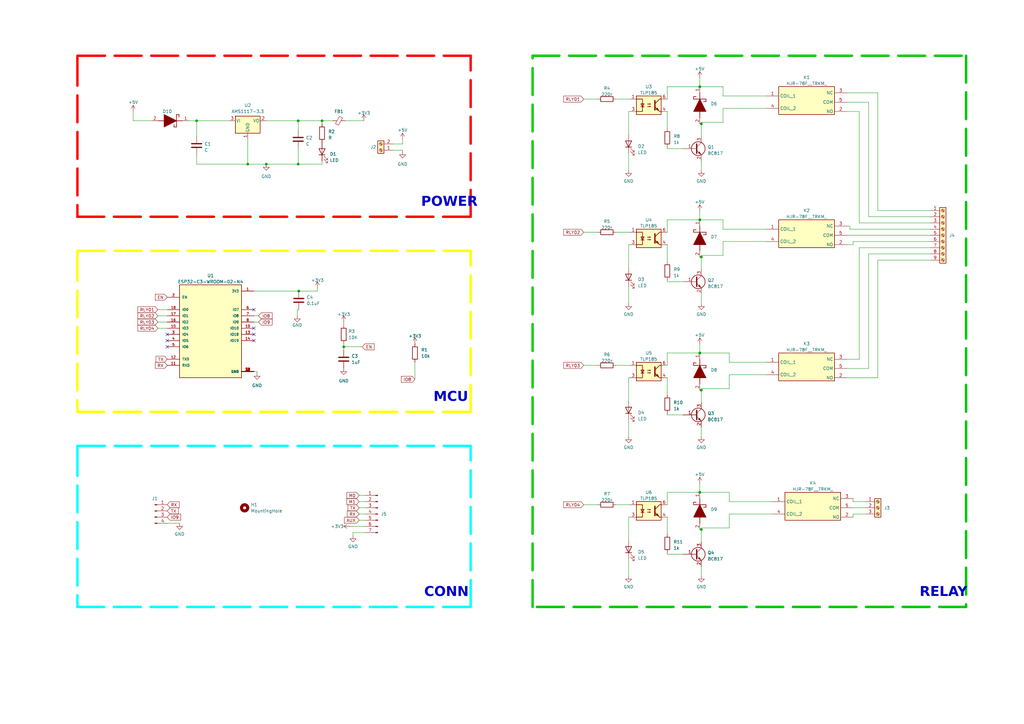
<source format=kicad_sch>
(kicad_sch (version 20230121) (generator eeschema)
  (paper "A3")
  (lib_symbols
    (symbol "1N5819W:1N5819W" (pin_names hide)
      (property "Reference" "D" (at 12.7 8.89 0))
      (property "Value" "1N5819W" (at 12.7 6.35 0))
      (symbol "1N5819W_1_1"
        (pin passive line (at 2.54 0 0) (length 2.54) (name "K") (number "1"))
        (pin passive line (at 17.78 0 180) (length 2.54) (name "A") (number "2"))
      )
    )
    (symbol "Connector:Conn_01x04_Male" (pin_names (offset 1.016) hide)
      (property "Reference" "J" (at 0 5.08 0))
      (property "Value" "Conn_01x04_Male" (at 0 -7.62 0))
      (symbol "Conn_01x04_Male_1_1"
        (pin passive line (at 5.08 2.54 180) (length 3.81) (name "Pin_1") (number "1"))
        (pin passive line (at 5.08 0 180) (length 3.81) (name "Pin_2") (number "2"))
        (pin passive line (at 5.08 -2.54 180) (length 3.81) (name "Pin_3") (number "3"))
        (pin passive line (at 5.08 -5.08 180) (length 3.81) (name "Pin_4") (number "4"))
      )
    )
    (symbol "Connector:Conn_01x07_Pin" (pin_names (offset 1.016) hide)
      (property "Reference" "J" (at 0 10.16 0))
      (property "Value" "Conn_01x07_Pin" (at 0 -10.16 0))
      (symbol "Conn_01x07_Pin_1_1"
        (pin passive line (at 5.08 7.62 180) (length 3.81) (name "Pin_1") (number "1"))
        (pin passive line (at 5.08 5.08 180) (length 3.81) (name "Pin_2") (number "2"))
        (pin passive line (at 5.08 2.54 180) (length 3.81) (name "Pin_3") (number "3"))
        (pin passive line (at 5.08 0 180) (length 3.81) (name "Pin_4") (number "4"))
        (pin passive line (at 5.08 -2.54 180) (length 3.81) (name "Pin_5") (number "5"))
        (pin passive line (at 5.08 -5.08 180) (length 3.81) (name "Pin_6") (number "6"))
        (pin passive line (at 5.08 -7.62 180) (length 3.81) (name "Pin_7") (number "7"))
      )
    )
    (symbol "Connector:Screw_Terminal_01x02" (pin_names (offset 1.016) hide)
      (property "Reference" "J" (at 0 2.54 0))
      (property "Value" "Screw_Terminal_01x02" (at 0 -5.08 0))
      (symbol "Screw_Terminal_01x02_1_1"
        (pin passive line (at -5.08 0 0) (length 3.81) (name "Pin_1") (number "1"))
        (pin passive line (at -5.08 -2.54 0) (length 3.81) (name "Pin_2") (number "2"))
      )
    )
    (symbol "Connector:Screw_Terminal_01x03" (pin_names (offset 1.016) hide)
      (property "Reference" "J" (at 0 5.08 0))
      (property "Value" "Screw_Terminal_01x03" (at 0 -5.08 0))
      (symbol "Screw_Terminal_01x03_1_1"
        (pin passive line (at -5.08 2.54 0) (length 3.81) (name "Pin_1") (number "1"))
        (pin passive line (at -5.08 0 0) (length 3.81) (name "Pin_2") (number "2"))
        (pin passive line (at -5.08 -2.54 0) (length 3.81) (name "Pin_3") (number "3"))
      )
    )
    (symbol "Connector:Screw_Terminal_01x09" (pin_names (offset 1.016) hide)
      (property "Reference" "J" (at 0 12.7 0))
      (property "Value" "Screw_Terminal_01x09" (at 0 -12.7 0))
      (symbol "Screw_Terminal_01x09_1_1"
        (pin passive line (at -5.08 10.16 0) (length 3.81) (name "Pin_1") (number "1"))
        (pin passive line (at -5.08 7.62 0) (length 3.81) (name "Pin_2") (number "2"))
        (pin passive line (at -5.08 5.08 0) (length 3.81) (name "Pin_3") (number "3"))
        (pin passive line (at -5.08 2.54 0) (length 3.81) (name "Pin_4") (number "4"))
        (pin passive line (at -5.08 0 0) (length 3.81) (name "Pin_5") (number "5"))
        (pin passive line (at -5.08 -2.54 0) (length 3.81) (name "Pin_6") (number "6"))
        (pin passive line (at -5.08 -5.08 0) (length 3.81) (name "Pin_7") (number "7"))
        (pin passive line (at -5.08 -7.62 0) (length 3.81) (name "Pin_8") (number "8"))
        (pin passive line (at -5.08 -10.16 0) (length 3.81) (name "Pin_9") (number "9"))
      )
    )
    (symbol "Device:C" (pin_numbers hide) (pin_names (offset 0.254))
      (property "Reference" "C" (at 0.635 2.54 0))
      (property "Value" "C" (at 0.635 -2.54 0))
      (symbol "C_1_1"
        (pin passive line (at 0 3.81 270) (length 2.794) (name "~") (number "1"))
        (pin passive line (at 0 -3.81 90) (length 2.794) (name "~") (number "2"))
      )
    )
    (symbol "Device:FerriteBead_Small" (pin_numbers hide) (pin_names (offset 0))
      (property "Reference" "FB" (at 1.905 1.27 0))
      (property "Value" "FerriteBead_Small" (at 1.905 -1.27 0))
      (symbol "FerriteBead_Small_1_1"
        (pin passive line (at 0 2.54 270) (length 1.27) (name "~") (number "1"))
        (pin passive line (at 0 -2.54 90) (length 1.27) (name "~") (number "2"))
      )
    )
    (symbol "Device:LED" (pin_numbers hide) (pin_names (offset 1.016) hide)
      (property "Reference" "D" (at 0 2.54 0))
      (property "Value" "LED" (at 0 -2.54 0))
      (symbol "LED_1_1"
        (pin passive line (at -3.81 0 0) (length 2.54) (name "K") (number "1"))
        (pin passive line (at 3.81 0 180) (length 2.54) (name "A") (number "2"))
      )
    )
    (symbol "Device:R" (pin_numbers hide) (pin_names (offset 0))
      (property "Reference" "R" (at 2.032 0 90))
      (property "Value" "R" (at 0 0 90))
      (symbol "R_1_1"
        (pin passive line (at 0 3.81 270) (length 1.27) (name "~") (number "1"))
        (pin passive line (at 0 -3.81 90) (length 1.27) (name "~") (number "2"))
      )
    )
    (symbol "ESP32-C3-WROOM-02-N4:ESP32-C3-WROOM-02-N4" (pin_names (offset 1.016))
      (property "Reference" "U" (at -12.7 21.082 0))
      (property "Value" "ESP32-C3-WROOM-02-N4" (at -12.7 -18.542 0))
      (symbol "ESP32-C3-WROOM-02-N4_0_0"
        (pin power_in line (at 17.78 17.78 180) (length 5.08) (name "3V3") (number "1"))
        (pin bidirectional line (at 17.78 2.54 180) (length 5.08) (name "IO10") (number "10"))
        (pin bidirectional line (at -17.78 -12.7 0) (length 5.08) (name "RXD") (number "11"))
        (pin bidirectional line (at -17.78 -10.16 0) (length 5.08) (name "TXD") (number "12"))
        (pin bidirectional line (at 17.78 0 180) (length 5.08) (name "IO18") (number "13"))
        (pin bidirectional line (at 17.78 -2.54 180) (length 5.08) (name "IO19") (number "14"))
        (pin bidirectional line (at -17.78 2.54 0) (length 5.08) (name "IO3") (number "15"))
        (pin bidirectional line (at -17.78 5.08 0) (length 5.08) (name "IO2") (number "16"))
        (pin bidirectional line (at -17.78 7.62 0) (length 5.08) (name "IO1") (number "17"))
        (pin bidirectional line (at -17.78 10.16 0) (length 5.08) (name "IO0") (number "18"))
        (pin power_in line (at 17.78 -15.24 180) (length 5.08) (name "GND") (number "19"))
        (pin input line (at -17.78 15.24 0) (length 5.08) (name "EN") (number "2"))
        (pin power_in line (at 17.78 -15.24 180) (length 5.08) (name "GND") (number "20"))
        (pin power_in line (at 17.78 -15.24 180) (length 5.08) (name "GND") (number "21"))
        (pin power_in line (at 17.78 -15.24 180) (length 5.08) (name "GND") (number "22"))
        (pin power_in line (at 17.78 -15.24 180) (length 5.08) (name "GND") (number "23"))
        (pin power_in line (at 17.78 -15.24 180) (length 5.08) (name "GND") (number "24"))
        (pin power_in line (at 17.78 -15.24 180) (length 5.08) (name "GND") (number "25"))
        (pin power_in line (at 17.78 -15.24 180) (length 5.08) (name "GND") (number "26"))
        (pin power_in line (at 17.78 -15.24 180) (length 5.08) (name "GND") (number "27"))
        (pin power_in line (at 17.78 -15.24 180) (length 5.08) (name "GND") (number "28"))
        (pin power_in line (at 17.78 -15.24 180) (length 5.08) (name "GND") (number "29"))
        (pin bidirectional line (at -17.78 0 0) (length 5.08) (name "IO4") (number "3"))
        (pin power_in line (at 17.78 -15.24 180) (length 5.08) (name "GND") (number "30"))
        (pin power_in line (at 17.78 -15.24 180) (length 5.08) (name "GND") (number "31"))
        (pin power_in line (at 17.78 -15.24 180) (length 5.08) (name "GND") (number "32"))
        (pin power_in line (at 17.78 -15.24 180) (length 5.08) (name "GND") (number "33"))
        (pin power_in line (at 17.78 -15.24 180) (length 5.08) (name "GND") (number "34"))
        (pin power_in line (at 17.78 -15.24 180) (length 5.08) (name "GND") (number "35"))
        (pin power_in line (at 17.78 -15.24 180) (length 5.08) (name "GND") (number "36"))
        (pin power_in line (at 17.78 -15.24 180) (length 5.08) (name "GND") (number "37"))
        (pin power_in line (at 17.78 -15.24 180) (length 5.08) (name "GND") (number "38"))
        (pin power_in line (at 17.78 -15.24 180) (length 5.08) (name "GND") (number "39"))
        (pin bidirectional line (at -17.78 -2.54 0) (length 5.08) (name "IO5") (number "4"))
        (pin bidirectional line (at -17.78 -5.08 0) (length 5.08) (name "IO6") (number "5"))
        (pin bidirectional line (at 17.78 10.16 180) (length 5.08) (name "IO7") (number "6"))
        (pin bidirectional line (at 17.78 7.62 180) (length 5.08) (name "IO8") (number "7"))
        (pin bidirectional line (at 17.78 5.08 180) (length 5.08) (name "IO9") (number "8"))
        (pin power_in line (at 17.78 -15.24 180) (length 5.08) (name "GND") (number "9"))
      )
    )
    (symbol "HJR-78F__TRKM_:HJR-78F__TRKM_"
      (property "Reference" "K4" (at 16.51 7.62 0))
      (property "Value" "HJR-78F__TRKM_" (at 16.51 5.08 0))
      (symbol "HJR-78F__TRKM__1_1"
        (pin passive line (at 0 0 0) (length 5.08) (name "COIL_1") (number "1"))
        (pin passive line (at 33.02 -6.35 180) (length 5.08) (name "NO") (number "2"))
        (pin passive line (at 33.02 1.27 180) (length 5.08) (name "NC") (number "3"))
        (pin passive line (at 0 -5.08 0) (length 5.08) (name "COIL_2") (number "4"))
        (pin passive line (at 33.02 -2.54 180) (length 5.08) (name "COM") (number "5"))
      )
    )
    (symbol "HJR-78F__TRKM__1"
      (property "Reference" "K1" (at 16.51 7.62 0))
      (property "Value" "HJR-78F__TRKM_" (at 16.51 5.08 0))
      (symbol "HJR-78F__TRKM__1_1_1"
        (pin passive line (at 0 0 0) (length 5.08) (name "COIL_1") (number "1"))
        (pin passive line (at 33.02 -6.35 180) (length 5.08) (name "NO") (number "2"))
        (pin passive line (at 33.02 1.27 180) (length 5.08) (name "NC") (number "3"))
        (pin passive line (at 0 -5.08 0) (length 5.08) (name "COIL_2") (number "4"))
        (pin passive line (at 33.02 -2.54 180) (length 5.08) (name "COM") (number "5"))
      )
    )
    (symbol "HJR-78F__TRKM__2"
      (property "Reference" "K2" (at 16.51 7.62 0))
      (property "Value" "HJR-78F__TRKM_" (at 16.51 5.08 0))
      (symbol "HJR-78F__TRKM__2_1_1"
        (pin passive line (at 0 0 0) (length 5.08) (name "COIL_1") (number "1"))
        (pin passive line (at 33.02 -6.35 180) (length 5.08) (name "NO") (number "2"))
        (pin passive line (at 33.02 1.27 180) (length 5.08) (name "NC") (number "3"))
        (pin passive line (at 0 -5.08 0) (length 5.08) (name "COIL_2") (number "4"))
        (pin passive line (at 33.02 -2.54 180) (length 5.08) (name "COM") (number "5"))
      )
    )
    (symbol "HJR-78F__TRKM__3"
      (property "Reference" "K3" (at 16.51 7.62 0))
      (property "Value" "HJR-78F__TRKM_" (at 16.51 5.08 0))
      (symbol "HJR-78F__TRKM__3_1_1"
        (pin passive line (at 0 0 0) (length 5.08) (name "COIL_1") (number "1"))
        (pin passive line (at 33.02 -6.35 180) (length 5.08) (name "NO") (number "2"))
        (pin passive line (at 33.02 1.27 180) (length 5.08) (name "NC") (number "3"))
        (pin passive line (at 0 -5.08 0) (length 5.08) (name "COIL_2") (number "4"))
        (pin passive line (at 33.02 -2.54 180) (length 5.08) (name "COM") (number "5"))
      )
    )
    (symbol "Isolator:TLP185"
      (property "Reference" "U" (at -5.08 5.08 0))
      (property "Value" "TLP185" (at -5.08 -5.08 0))
      (symbol "TLP185_1_1"
        (pin passive line (at -7.62 2.54 0) (length 2.54) (name "~") (number "1"))
        (pin passive line (at -7.62 -2.54 0) (length 2.54) (name "~") (number "3"))
        (pin passive line (at 7.62 -2.54 180) (length 2.54) (name "~") (number "4"))
        (pin passive line (at 7.62 2.54 180) (length 2.54) (name "~") (number "6"))
      )
    )
    (symbol "Mechanical:MountingHole" (pin_names (offset 1.016))
      (property "Reference" "H" (at 0 5.08 0))
      (property "Value" "MountingHole" (at 0 3.175 0))
    )
    (symbol "Regulator_Linear:AMS1117-3.3" (pin_names (offset 0.254))
      (property "Reference" "U" (at -3.81 3.175 0))
      (property "Value" "AMS1117-3.3" (at 0 3.175 0))
      (symbol "AMS1117-3.3_1_1"
        (pin power_in line (at 0 -7.62 90) (length 2.54) (name "GND") (number "1"))
        (pin power_out line (at 7.62 0 180) (length 2.54) (name "VO") (number "2"))
        (pin power_in line (at -7.62 0 0) (length 2.54) (name "VI") (number "3"))
      )
    )
    (symbol "Transistor_BJT:BC817" (pin_names (offset 0) hide)
      (property "Reference" "Q" (at 5.08 1.905 0))
      (property "Value" "BC817" (at 5.08 0 0))
      (symbol "BC817_1_1"
        (pin input line (at -5.08 0 0) (length 5.715) (name "B") (number "1"))
        (pin passive line (at 2.54 -5.08 90) (length 2.54) (name "E") (number "2"))
        (pin passive line (at 2.54 5.08 270) (length 2.54) (name "C") (number "3"))
      )
    )
    (symbol "power:+3V3" (power) (pin_names (offset 0))
      (property "Value" "+3V3" (at 0 3.556 0))
      (symbol "+3V3_1_1"
        (pin power_in line (at 0 0 90) (length 0) hide (name "+3V3") (number "1"))
      )
    )
    (symbol "power:+5V" (power) (pin_names (offset 0))
      (property "Value" "+5V" (at 0 3.556 0))
      (symbol "+5V_1_1"
        (pin power_in line (at 0 0 90) (length 0) hide (name "+5V") (number "1"))
      )
    )
    (symbol "power:GND" (power) (pin_names (offset 0))
      (property "Value" "GND" (at 0 -3.81 0))
      (symbol "GND_1_1"
        (pin power_in line (at 0 0 270) (length 0) hide (name "GND") (number "1"))
      )
    )
  )
  (junction (at 287.655 160.02))
  (junction (at 287.655 105.41))
  (junction (at 287.0206 144.78))
  (junction (at 80.645 49.53))
  (junction (at 140.97 142.24))
  (junction (at 287.655 217.17))
  (junction (at 287.02 90.17))
  (junction (at 287.0206 201.93))
  (junction (at 287.02 35.56))
  (junction (at 287.0206 35.56))
  (junction (at 109.22 67.31))
  (junction (at 122.555 119.38))
  (junction (at 287.0206 90.17))
  (junction (at 287.02 201.93))
  (junction (at 287.02 144.78))
  (junction (at 287.655 50.8))
  (junction (at 132.08 49.53))
  (junction (at 122.3011 67.31))
  (junction (at 101.6 67.31))
  (junction (at 122.3011 49.53))
  (no_connect (at 104.14 134.62))
  (no_connect (at 68.58 142.24))
  (no_connect (at 68.58 137.16))
  (no_connect (at 104.14 127))
  (no_connect (at 68.58 139.7))
  (no_connect (at 104.14 137.16))
  (no_connect (at 104.14 139.7))
  (wire (pts (xy 257.81 212.09) (xy 258.445 212.09)))
  (polyline (pts (xy 31.75 184.15) (xy 31.75 248.92)) (stroke (width 1) (type dash) (color 0 255 255 1)))
  (polyline (pts (xy 396.24 22.86) (xy 396.24 248.92)) (stroke (width 1) (type dash) (color 0 194 0 1)))
  (wire (pts (xy 352.425 147.32) (xy 352.425 101.6)))
  (wire (pts (xy 299.085 216.535) (xy 299.085 210.82)))
  (wire (pts (xy 109.22 67.31) (xy 122.3011 67.31)))
  (wire (pts (xy 161.29 59.055) (xy 165.1 59.055)))
  (wire (pts (xy 273.685 114.935) (xy 273.685 115.57)))
  (wire (pts (xy 356.235 151.13) (xy 356.235 104.14)))
  (wire (pts (xy 141.605 49.53) (xy 149.225 49.53)))
  (wire (pts (xy 257.81 100.33) (xy 258.445 100.33)))
  (wire (pts (xy 299.085 153.67) (xy 314.325 153.67)))
  (wire (pts (xy 287.0206 201.93) (xy 299.085 201.93)))
  (wire (pts (xy 147.32 203.2) (xy 149.86 203.2)))
  (wire (pts (xy 101.6 57.15) (xy 101.6 67.31)))
  (wire (pts (xy 354.965 205.74) (xy 349.885 205.74)))
  (polyline (pts (xy 193.04 248.92) (xy 193.04 182.88)) (stroke (width 1) (type dash) (color 0 255 255 1)))
  (wire (pts (xy 296.545 90.17) (xy 296.545 93.98)))
  (wire (pts (xy 122.555 119.38) (xy 104.14 119.38)))
  (wire (pts (xy 104.14 132.08) (xy 106.045 132.08)))
  (wire (pts (xy 299.085 201.93) (xy 299.085 205.74)))
  (wire (pts (xy 381.635 86.36) (xy 360.045 86.36)))
  (wire (pts (xy 109.22 49.53) (xy 122.3011 49.53)))
  (polyline (pts (xy 218.44 22.86) (xy 396.24 22.86)) (stroke (width 1) (type dash) (color 0 194 0 1)))
  (wire (pts (xy 273.685 35.56) (xy 287.02 35.56)))
  (wire (pts (xy 273.685 144.78) (xy 287.02 144.78)))
  (wire (pts (xy 130.175 118.11) (xy 130.175 119.38)))
  (wire (pts (xy 287.02 50.8) (xy 287.655 50.8)))
  (wire (pts (xy 64.77 132.08) (xy 68.58 132.08)))
  (wire (pts (xy 273.685 169.545) (xy 273.685 170.18)))
  (wire (pts (xy 54.61 45.72) (xy 54.61 49.53)))
  (wire (pts (xy 122.3011 53.3354) (xy 122.3011 49.53)))
  (wire (pts (xy 273.685 227.33) (xy 280.035 227.33)))
  (polyline (pts (xy 31.75 88.9) (xy 193.04 88.9)) (stroke (width 1) (type dash) (color 255 0 0 1)))
  (wire (pts (xy 148.59 142.24) (xy 140.97 142.24)))
  (polyline (pts (xy 31.75 182.88) (xy 31.75 184.15)) (stroke (width 1) (type dash) (color 0 255 255 1)))
  (wire (pts (xy 287.655 50.165) (xy 296.545 50.165)))
  (wire (pts (xy 147.32 213.36) (xy 149.86 213.36)))
  (wire (pts (xy 273.685 201.93) (xy 273.685 207.01)))
  (wire (pts (xy 273.685 90.17) (xy 273.685 95.25)))
  (wire (pts (xy 239.395 149.86) (xy 245.11 149.86)))
  (wire (pts (xy 347.345 147.32) (xy 352.425 147.32)))
  (wire (pts (xy 273.685 115.57) (xy 280.035 115.57)))
  (wire (pts (xy 296.545 99.06) (xy 314.325 99.06)))
  (wire (pts (xy 77.47 49.53) (xy 80.645 49.53)))
  (wire (pts (xy 64.77 127) (xy 68.58 127)))
  (wire (pts (xy 287.655 216.535) (xy 299.085 216.535)))
  (wire (pts (xy 121.92 127) (xy 122.555 127)))
  (wire (pts (xy 257.81 124.46) (xy 257.81 117.475)))
  (wire (pts (xy 299.085 148.59) (xy 314.325 148.59)))
  (wire (pts (xy 273.685 35.56) (xy 273.685 40.64)))
  (wire (pts (xy 273.685 154.94) (xy 273.685 161.925)))
  (polyline (pts (xy 31.75 104.14) (xy 31.75 168.91)) (stroke (width 1) (type dash) (color 255 255 0 1)))
  (wire (pts (xy 296.545 39.37) (xy 314.325 39.37)))
  (wire (pts (xy 143.51 215.9) (xy 149.86 215.9)))
  (wire (pts (xy 360.045 86.36) (xy 360.045 38.1)))
  (wire (pts (xy 287.0206 90.17) (xy 296.545 90.17)))
  (wire (pts (xy 165.1 61.595) (xy 165.1 62.23)))
  (wire (pts (xy 105.41 153.035) (xy 105.41 152.4)))
  (wire (pts (xy 170.18 155.575) (xy 170.18 148.59)))
  (wire (pts (xy 273.685 144.78) (xy 273.685 149.86)))
  (polyline (pts (xy 193.04 168.91) (xy 193.04 102.87)) (stroke (width 1) (type dash) (color 255 255 0 1)))
  (wire (pts (xy 287.655 69.85) (xy 287.655 66.04)))
  (wire (pts (xy 287.0206 86.4858) (xy 287.0206 90.17)))
  (wire (pts (xy 132.08 67.31) (xy 132.08 66.04)))
  (wire (pts (xy 347.345 38.1) (xy 360.045 38.1)))
  (wire (pts (xy 130.175 119.38) (xy 122.555 119.38)))
  (wire (pts (xy 287.0206 35.56) (xy 296.545 35.56)))
  (wire (pts (xy 349.885 99.06) (xy 381.635 99.06)))
  (wire (pts (xy 347.345 45.72) (xy 352.425 45.72)))
  (polyline (pts (xy 193.04 22.86) (xy 31.75 22.86)) (stroke (width 1) (type dash) (color 255 0 0 1)))
  (wire (pts (xy 252.73 40.64) (xy 258.445 40.64)))
  (wire (pts (xy 287.655 159.385) (xy 299.085 159.385)))
  (wire (pts (xy 257.81 109.855) (xy 257.81 100.33)))
  (wire (pts (xy 347.345 96.52) (xy 381.635 96.52)))
  (wire (pts (xy 273.685 212.09) (xy 273.685 219.075)))
  (wire (pts (xy 296.545 104.775) (xy 296.545 99.06)))
  (wire (pts (xy 349.885 99.06) (xy 349.885 100.33)))
  (wire (pts (xy 354.965 208.28) (xy 349.885 208.28)))
  (wire (pts (xy 64.77 129.54) (xy 68.58 129.54)))
  (wire (pts (xy 257.81 55.245) (xy 257.81 45.72)))
  (wire (pts (xy 140.97 142.24) (xy 140.97 143.51)))
  (wire (pts (xy 257.81 69.85) (xy 257.81 62.865)))
  (wire (pts (xy 273.685 170.18) (xy 280.035 170.18)))
  (wire (pts (xy 122.3011 67.31) (xy 132.08 67.31)))
  (polyline (pts (xy 31.75 22.86) (xy 31.75 24.13)) (stroke (width 1) (type dash) (color 255 0 0 1)))
  (wire (pts (xy 165.1 57.15) (xy 165.1 59.055)))
  (wire (pts (xy 54.61 49.53) (xy 62.23 49.53)))
  (wire (pts (xy 287.655 104.775) (xy 287.655 105.41)))
  (wire (pts (xy 287.655 124.46) (xy 287.655 120.65)))
  (wire (pts (xy 273.685 201.93) (xy 287.02 201.93)))
  (wire (pts (xy 252.73 149.86) (xy 258.445 149.86)))
  (wire (pts (xy 287.0206 198.2458) (xy 287.0206 201.93)))
  (wire (pts (xy 257.81 154.94) (xy 258.445 154.94)))
  (wire (pts (xy 356.235 41.91) (xy 356.235 88.9)))
  (wire (pts (xy 287.02 105.41) (xy 287.655 105.41)))
  (wire (pts (xy 122.3011 60.9554) (xy 122.3011 67.31)))
  (wire (pts (xy 147.32 210.82) (xy 149.86 210.82)))
  (wire (pts (xy 239.395 207.01) (xy 245.11 207.01)))
  (wire (pts (xy 252.73 95.25) (xy 258.445 95.25)))
  (wire (pts (xy 352.425 91.44) (xy 352.425 45.72)))
  (wire (pts (xy 347.345 151.13) (xy 356.235 151.13)))
  (wire (pts (xy 347.345 154.94) (xy 360.045 154.94)))
  (wire (pts (xy 347.345 41.91) (xy 356.235 41.91)))
  (wire (pts (xy 140.97 140.97) (xy 140.97 142.24)))
  (wire (pts (xy 101.6 67.31) (xy 109.22 67.31)))
  (wire (pts (xy 296.545 50.165) (xy 296.545 44.45)))
  (wire (pts (xy 239.395 95.25) (xy 245.11 95.25)))
  (wire (pts (xy 287.655 105.41) (xy 287.655 110.49)))
  (wire (pts (xy 296.545 35.56) (xy 296.545 39.37)))
  (wire (pts (xy 144.78 219.71) (xy 144.78 218.44)))
  (wire (pts (xy 273.685 45.72) (xy 273.685 52.705)))
  (wire (pts (xy 287.02 90.17) (xy 287.0206 90.17)))
  (wire (pts (xy 80.645 63.5) (xy 80.645 67.31)))
  (wire (pts (xy 287.02 35.56) (xy 287.0206 35.56)))
  (wire (pts (xy 360.045 154.94) (xy 360.045 106.68)))
  (wire (pts (xy 299.085 210.82) (xy 316.865 210.82)))
  (wire (pts (xy 105.41 152.4) (xy 104.14 152.4)))
  (wire (pts (xy 348.615 92.71) (xy 347.345 92.71)))
  (wire (pts (xy 354.965 210.82) (xy 349.885 210.82)))
  (wire (pts (xy 80.645 67.31) (xy 101.6 67.31)))
  (wire (pts (xy 287.655 216.535) (xy 287.655 217.17)))
  (wire (pts (xy 132.08 49.53) (xy 132.08 50.8)))
  (wire (pts (xy 273.685 60.96) (xy 280.035 60.96)))
  (wire (pts (xy 349.885 210.82) (xy 349.885 212.09)))
  (wire (pts (xy 287.0206 31.8758) (xy 287.0206 35.56)))
  (wire (pts (xy 348.615 93.98) (xy 348.615 92.71)))
  (wire (pts (xy 287.02 201.93) (xy 287.0206 201.93)))
  (wire (pts (xy 349.885 100.33) (xy 347.345 100.33)))
  (wire (pts (xy 299.085 159.385) (xy 299.085 153.67)))
  (wire (pts (xy 80.645 49.53) (xy 93.98 49.53)))
  (wire (pts (xy 352.425 101.6) (xy 381.635 101.6)))
  (wire (pts (xy 239.395 40.64) (xy 245.11 40.64)))
  (wire (pts (xy 356.235 104.14) (xy 381.635 104.14)))
  (polyline (pts (xy 31.75 24.13) (xy 31.75 88.9)) (stroke (width 1) (type dash) (color 255 0 0 1)))
  (wire (pts (xy 352.425 91.44) (xy 381.635 91.44)))
  (wire (pts (xy 287.655 160.02) (xy 287.655 165.1)))
  (wire (pts (xy 296.545 93.98) (xy 314.325 93.98)))
  (wire (pts (xy 104.14 129.54) (xy 106.045 129.54)))
  (wire (pts (xy 122.3011 49.53) (xy 132.08 49.53)))
  (wire (pts (xy 132.08 49.53) (xy 136.525 49.53)))
  (wire (pts (xy 64.77 134.62) (xy 68.58 134.62)))
  (wire (pts (xy 257.81 236.22) (xy 257.81 229.235)))
  (wire (pts (xy 273.685 90.17) (xy 287.02 90.17)))
  (polyline (pts (xy 218.44 248.92) (xy 218.44 22.86)) (stroke (width 1) (type dash) (color 0 194 0 1)))
  (wire (pts (xy 287.655 217.17) (xy 287.655 222.25)))
  (wire (pts (xy 287.655 50.8) (xy 287.655 55.88)))
  (wire (pts (xy 273.685 100.33) (xy 273.685 107.315)))
  (wire (pts (xy 299.085 205.74) (xy 316.865 205.74)))
  (wire (pts (xy 287.655 50.165) (xy 287.655 50.8)))
  (wire (pts (xy 299.085 144.78) (xy 299.085 148.59)))
  (wire (pts (xy 287.655 159.385) (xy 287.655 160.02)))
  (wire (pts (xy 257.81 179.07) (xy 257.81 172.085)))
  (wire (pts (xy 356.235 88.9) (xy 381.635 88.9)))
  (wire (pts (xy 287.0206 141.0958) (xy 287.0206 144.78)))
  (wire (pts (xy 80.645 49.53) (xy 80.645 55.88)))
  (wire (pts (xy 349.885 204.47) (xy 349.885 205.74)))
  (wire (pts (xy 121.92 127) (xy 121.92 129.54)))
  (polyline (pts (xy 31.75 248.92) (xy 193.04 248.92)) (stroke (width 1) (type dash) (color 0 255 255 1)))
  (wire (pts (xy 287.655 104.775) (xy 296.545 104.775)))
  (polyline (pts (xy 193.04 182.88) (xy 31.75 182.88)) (stroke (width 1) (type dash) (color 0 255 255 1)))
  (wire (pts (xy 360.045 106.68) (xy 381.635 106.68)))
  (wire (pts (xy 147.32 208.28) (xy 149.86 208.28)))
  (wire (pts (xy 147.32 205.74) (xy 149.86 205.74)))
  (polyline (pts (xy 396.24 248.92) (xy 218.44 248.92)) (stroke (width 1) (type dash) (color 0 194 0 1)))
  (wire (pts (xy 273.685 226.695) (xy 273.685 227.33)))
  (polyline (pts (xy 31.75 102.87) (xy 31.75 104.14)) (stroke (width 1) (type dash) (color 255 255 0 1)))
  (wire (pts (xy 144.78 218.44) (xy 149.86 218.44)))
  (wire (pts (xy 287.655 179.07) (xy 287.655 175.26)))
  (wire (pts (xy 257.81 45.72) (xy 258.445 45.72)))
  (wire (pts (xy 257.81 221.615) (xy 257.81 212.09)))
  (wire (pts (xy 287.02 217.17) (xy 287.655 217.17)))
  (wire (pts (xy 252.73 207.01) (xy 258.445 207.01)))
  (wire (pts (xy 140.97 132.08) (xy 140.97 133.35)))
  (wire (pts (xy 273.685 60.325) (xy 273.685 60.96)))
  (wire (pts (xy 287.0206 144.78) (xy 299.085 144.78)))
  (wire (pts (xy 287.02 144.78) (xy 287.0206 144.78)))
  (polyline (pts (xy 193.04 102.87) (xy 31.75 102.87)) (stroke (width 1) (type dash) (color 255 255 0 1)))
  (wire (pts (xy 161.29 61.595) (xy 165.1 61.595)))
  (wire (pts (xy 287.655 236.22) (xy 287.655 232.41)))
  (wire (pts (xy 296.545 44.45) (xy 314.325 44.45)))
  (wire (pts (xy 348.615 93.98) (xy 381.635 93.98)))
  (wire (pts (xy 73.66 214.63) (xy 68.58 214.63)))
  (polyline (pts (xy 31.75 168.91) (xy 193.04 168.91)) (stroke (width 1) (type dash) (color 255 255 0 1)))
  (polyline (pts (xy 193.04 88.9) (xy 193.04 22.86)) (stroke (width 1) (type dash) (color 255 0 0 1)))
  (wire (pts (xy 287.02 160.02) (xy 287.655 160.02)))
  (wire (pts (xy 257.81 164.465) (xy 257.81 154.94)))
  (text "RELAY" (at 377.19 246.38 0) (effects (font (size 4 4) (thickness 0.8) bold) (justify left bottom)))
  (text "MCU\n" (at 177.8 166.37 0) (effects (font (size 4 4) (thickness 0.8) bold) (justify left bottom)))
  (text "CONN" (at 173.99 246.38 0) (effects (font (size 4 4) (thickness 0.8) bold) (justify left bottom)))
  (text "POWER" (at 172.72 86.36 0) (effects (font (size 4 4) (thickness 0.8) bold) (justify left bottom)))
  (global_label "RLY03" (shape input) (at 64.77 132.08 180) (property "Intersheetrefs" "${INTERSHEET_REFS}" (effects hide)))
  (global_label "IO8" (shape input) (at 106.045 129.54 0) (property "Intersheetrefs" "${INTERSHEET_REFS}" (effects hide)))
  (global_label "RLY01" (shape input) (at 64.77 127 180) (property "Intersheetrefs" "${INTERSHEET_REFS}" (effects hide)))
  (global_label "RX" (shape input) (at 68.58 207.01 0) (property "Intersheetrefs" "${INTERSHEET_REFS}" (effects hide)))
  (global_label "RLY04" (shape input) (at 64.77 134.62 180) (property "Intersheetrefs" "${INTERSHEET_REFS}" (effects hide)))
  (global_label "RLY02" (shape input) (at 239.395 95.25 180) (property "Intersheetrefs" "${INTERSHEET_REFS}" (effects hide)))
  (global_label "IO9" (shape input) (at 68.58 212.09 0) (property "Intersheetrefs" "${INTERSHEET_REFS}" (effects hide)))
  (global_label "M1" (shape input) (at 147.32 205.74 180) (property "Intersheetrefs" "${INTERSHEET_REFS}" (effects hide)))
  (global_label "RX" (shape input) (at 147.32 210.82 180) (property "Intersheetrefs" "${INTERSHEET_REFS}" (effects hide)))
  (global_label "RLY02" (shape input) (at 64.77 129.54 180) (property "Intersheetrefs" "${INTERSHEET_REFS}" (effects hide)))
  (global_label "RLY03" (shape input) (at 239.395 149.86 180) (property "Intersheetrefs" "${INTERSHEET_REFS}" (effects hide)))
  (global_label "EN" (shape input) (at 68.58 121.92 180) (property "Intersheetrefs" "${INTERSHEET_REFS}" (effects hide)))
  (global_label "AUX" (shape input) (at 147.32 213.36 180) (property "Intersheetrefs" "${INTERSHEET_REFS}" (effects hide)))
  (global_label "M0" (shape input) (at 147.32 203.2 180) (property "Intersheetrefs" "${INTERSHEET_REFS}" (effects hide)))
  (global_label "TX" (shape input) (at 68.58 147.32 180) (property "Intersheetrefs" "${INTERSHEET_REFS}" (effects hide)))
  (global_label "TX" (shape input) (at 147.32 208.28 180) (property "Intersheetrefs" "${INTERSHEET_REFS}" (effects hide)))
  (global_label "RLY04" (shape input) (at 239.395 207.01 180) (property "Intersheetrefs" "${INTERSHEET_REFS}" (effects hide)))
  (global_label "IO9" (shape input) (at 106.045 132.08 0) (property "Intersheetrefs" "${INTERSHEET_REFS}" (effects hide)))
  (global_label "IO8" (shape input) (at 170.18 155.575 180) (property "Intersheetrefs" "${INTERSHEET_REFS}" (effects hide)))
  (global_label "RLY01" (shape input) (at 239.395 40.64 180) (property "Intersheetrefs" "${INTERSHEET_REFS}" (effects hide)))
  (global_label "EN" (shape input) (at 148.59 142.24 0) (property "Intersheetrefs" "${INTERSHEET_REFS}" (effects hide)))
  (global_label "TX" (shape input) (at 68.58 209.55 0) (property "Intersheetrefs" "${INTERSHEET_REFS}" (effects hide)))
  (global_label "RX" (shape input) (at 68.58 149.86 180) (property "Intersheetrefs" "${INTERSHEET_REFS}" (effects hide)))
  (symbol (lib_name "HJR-78F__TRKM__1") (lib_id "HJR-78F__TRKM_:HJR-78F__TRKM_") (at 314.325 39.37 0) (unit 1)
    (property "Reference" "K1" (at 330.835 31.75 0))
    (property "Value" "HJR-78F__TRKM_" (at 330.835 34.29 0))
    (property "Footprint" "Relay_THT:HJR78FTRKM" (effects hide))
    (property "Datasheet" "http://e-rebirth.net/car/trkm.pdf" (effects hide))
    (property "Height" "14" (effects hide))
    (property "Manufacturer_Name" "NINGBO HUAGUAN ELECTRONICS" (effects hide))
    (property "Manufacturer_Part_Number" "HJR-78F (TRKM)" (effects hide))
  )
  (symbol (lib_id "ESP32-C3-WROOM-02-N4:ESP32-C3-WROOM-02-N4") (at 86.36 137.16 0) (unit 1)
    (property "Reference" "U1" (at 86.36 113.03 0))
    (property "Value" "ESP32-C3-WROOM-02-N4" (at 86.36 115.57 0))
    (property "Footprint" "ESP32_C3:MODULE_ESP32-C3-WROOM-02-H4" (effects hide))
    (property "MP" "ESP32-C3-WROOM-02-H4" (effects hide))
    (property "AVAILABILITY" "In Stock" (effects hide))
    (property "MF" "Espressif Systems" (effects hide))
    (property "DESCRIPTION" "WiFi Modules (802.11) (Engineering Samples) SMD module, ESP32-C3, 4MB SPI flash, PCB antenna, -40 C +105 C" (effects hide))
    (property "PACKAGE" "Package" (effects hide))
    (property "PRICE" "None" (effects hide))
    (property "PURCHASE-URL" "https://pricing.snapeda.com/search/part/ESP32-C3-WROOM-02-H4/?ref=eda" (effects hide))
  )
  (symbol (lib_id "Isolator:TLP185") (at 266.065 152.4 0) (unit 1)
    (property "Reference" "U5" (at 266.065 144.78 0))
    (property "Value" "TLP185" (at 266.065 147.32 0))
    (property "Footprint" "Package_SO:SOIC-4_4.55x3.7mm_P2.54mm" (effects hide))
    (property "Datasheet" "https://toshiba.semicon-storage.com/info/docget.jsp?did=11791&prodName=TLP185" (effects hide))
  )
  (symbol (lib_id "power:GND") (at 144.78 219.71 0) (unit 1)
    (property "Reference" "#PWR026" (effects hide))
    (property "Value" "GND" (at 144.78 224.155 0))
  )
  (symbol (lib_id "power:GND") (at 257.81 179.07 0) (unit 1)
    (property "Reference" "#PWR015" (effects hide))
    (property "Value" "GND" (at 257.81 183.515 0))
  )
  (symbol (lib_id "power:GND") (at 287.655 124.46 0) (unit 1)
    (property "Reference" "#PWR022" (effects hide))
    (property "Value" "GND" (at 287.655 128.905 0))
  )
  (symbol (lib_id "power:+5V") (at 287.0206 141.0958 0) (unit 1)
    (property "Reference" "#PWR019" (effects hide))
    (property "Value" "+5V" (at 286.9533 137.4317 0))
  )
  (symbol (lib_id "Transistor_BJT:BC817") (at 285.115 227.33 0) (unit 1)
    (property "Reference" "Q4" (at 290.195 226.695 0) (effects (justify left)))
    (property "Value" "BC817" (at 290.195 229.235 0) (effects (justify left)))
    (property "Footprint" "Package_TO_SOT_SMD:SOT-23" (effects hide))
    (property "Datasheet" "https://www.onsemi.com/pub/Collateral/BC818-D.pdf" (effects hide))
  )
  (symbol (lib_id "Connector:Conn_01x07_Pin") (at 154.94 210.82 0) (mirror y) (unit 1)
    (property "Reference" "J5" (at 156.21 210.82 0) (effects (justify right)))
    (property "Value" "Conn_01x07_Pin" (effects hide))
    (property "Footprint" "Connector_PinHeader_2.54mm:PinHeader_1x07_P2.54mm_Vertical" (effects hide))
  )
  (symbol (lib_id "Device:LED") (at 257.81 59.055 90) (unit 1)
    (property "Reference" "D2" (at 261.62 60.0075 90) (effects (justify right)))
    (property "Value" "LED" (at 261.62 62.5475 90) (effects (justify right)))
    (property "Footprint" "LED_SMD:LED_0805_2012Metric" (effects hide))
  )
  (symbol (lib_id "Transistor_BJT:BC817") (at 285.115 115.57 0) (unit 1)
    (property "Reference" "Q2" (at 290.195 114.935 0) (effects (justify left)))
    (property "Value" "BC817" (at 290.195 117.475 0) (effects (justify left)))
    (property "Footprint" "Package_TO_SOT_SMD:SOT-23" (effects hide))
    (property "Datasheet" "https://www.onsemi.com/pub/Collateral/BC818-D.pdf" (effects hide))
  )
  (symbol (lib_id "power:GND") (at 109.22 67.31 0) (unit 1)
    (property "Reference" "#PWR03" (effects hide))
    (property "Value" "GND" (at 109.22 72.39 0))
  )
  (symbol (lib_id "power:GND") (at 287.655 69.85 0) (unit 1)
    (property "Reference" "#PWR021" (effects hide))
    (property "Value" "GND" (at 287.655 74.295 0))
  )
  (symbol (lib_id "Mechanical:MountingHole") (at 100.33 208.28 0) (unit 1)
    (property "Reference" "H1" (at 102.87 207.01 0) (effects (justify left)))
    (property "Value" "MountingHole" (at 102.87 209.55 0) (effects (justify left)))
    (property "Footprint" "MountingHole:MountingHole_3.2mm_M3" (effects hide))
  )
  (symbol (lib_id "Device:R") (at 248.92 149.86 90) (unit 1)
    (property "Reference" "R6" (at 248.92 145.415 90))
    (property "Value" "220r" (at 248.92 147.955 90))
    (property "Footprint" "Resistor_SMD:R_0805_2012Metric" (effects hide))
  )
  (symbol (lib_id "1N5819W:1N5819W") (at 287.02 87.63 270) (unit 1)
    (property "Reference" "D7" (at 291.465 97.155 90) (effects (justify left)))
    (property "Value" "1N5819W" (effects hide))
    (property "Footprint" "1n5819W:SODFL3618X110N" (effects hide))
    (property "Datasheet" "https://datasheet.lcsc.com/szlcsc/Shandong-Jingdao-Microelectronics-1N5819W_C169540.pdf" (effects hide))
    (property "Height" "1.1" (effects hide))
    (property "Manufacturer_Name" "Shandong Jingdao Microelectronics" (effects hide))
    (property "Manufacturer_Part_Number" "1N5819W" (effects hide))
  )
  (symbol (lib_name "HJR-78F__TRKM__2") (lib_id "HJR-78F__TRKM_:HJR-78F__TRKM_") (at 314.325 93.98 0) (unit 1)
    (property "Reference" "K2" (at 330.835 86.36 0))
    (property "Value" "HJR-78F__TRKM_" (at 330.835 88.9 0))
    (property "Footprint" "Relay_THT:HJR78FTRKM" (effects hide))
    (property "Datasheet" "http://e-rebirth.net/car/trkm.pdf" (effects hide))
    (property "Height" "14" (effects hide))
    (property "Manufacturer_Name" "NINGBO HUAGUAN ELECTRONICS" (effects hide))
    (property "Manufacturer_Part_Number" "HJR-78F (TRKM)" (effects hide))
  )
  (symbol (lib_id "power:+5V") (at 54.61 45.72 0) (unit 1)
    (property "Reference" "#PWR02" (effects hide))
    (property "Value" "+5V" (at 54.61 41.91 0))
  )
  (symbol (lib_id "Device:R") (at 248.92 40.64 90) (unit 1)
    (property "Reference" "R4" (at 248.92 36.195 90))
    (property "Value" "220r" (at 248.92 38.735 90))
    (property "Footprint" "Resistor_SMD:R_0805_2012Metric" (effects hide))
  )
  (symbol (lib_id "1N5819W:1N5819W") (at 80.01 49.53 180) (unit 1)
    (property "Reference" "D10" (at 68.58 45.72 0))
    (property "Value" "1N5819W" (effects hide))
    (property "Footprint" "1n5819W:SODFL3618X110N" (effects hide))
    (property "Datasheet" "https://datasheet.lcsc.com/szlcsc/Shandong-Jingdao-Microelectronics-1N5819W_C169540.pdf" (effects hide))
    (property "Height" "1.1" (effects hide))
    (property "Manufacturer_Name" "Shandong Jingdao Microelectronics" (effects hide))
    (property "Manufacturer_Part_Number" "1N5819W" (effects hide))
  )
  (symbol (lib_id "power:GND") (at 140.97 151.13 0) (unit 1)
    (property "Reference" "#PWR07" (effects hide))
    (property "Value" "GND" (at 140.97 156.21 0))
  )
  (symbol (lib_id "1N5819W:1N5819W") (at 287.02 33.02 270) (unit 1)
    (property "Reference" "D6" (at 291.465 42.545 90) (effects (justify left)))
    (property "Value" "1N5819W" (effects hide))
    (property "Footprint" "1n5819W:SODFL3618X110N" (effects hide))
    (property "Datasheet" "https://datasheet.lcsc.com/szlcsc/Shandong-Jingdao-Microelectronics-1N5819W_C169540.pdf" (effects hide))
    (property "Height" "1.1" (effects hide))
    (property "Manufacturer_Name" "Shandong Jingdao Microelectronics" (effects hide))
    (property "Manufacturer_Part_Number" "1N5819W" (effects hide))
  )
  (symbol (lib_id "Isolator:TLP185") (at 266.065 43.18 0) (unit 1)
    (property "Reference" "U3" (at 266.065 35.56 0))
    (property "Value" "TLP185" (at 266.065 38.1 0))
    (property "Footprint" "Package_SO:SOIC-4_4.55x3.7mm_P2.54mm" (effects hide))
    (property "Datasheet" "https://toshiba.semicon-storage.com/info/docget.jsp?did=11791&prodName=TLP185" (effects hide))
  )
  (symbol (lib_id "power:GND") (at 73.66 214.63 0) (unit 1)
    (property "Reference" "#PWR010" (effects hide))
    (property "Value" "GND" (at 73.66 219.075 0))
  )
  (symbol (lib_id "power:GND") (at 257.81 69.85 0) (unit 1)
    (property "Reference" "#PWR013" (effects hide))
    (property "Value" "GND" (at 257.81 74.295 0))
  )
  (symbol (lib_id "power:GND") (at 287.655 179.07 0) (unit 1)
    (property "Reference" "#PWR023" (effects hide))
    (property "Value" "GND" (at 287.655 183.515 0))
  )
  (symbol (lib_id "power:+5V") (at 287.0206 86.4858 0) (unit 1)
    (property "Reference" "#PWR018" (effects hide))
    (property "Value" "+5V" (at 286.9533 82.8217 0))
  )
  (symbol (lib_id "Device:FerriteBead_Small") (at 139.065 49.53 90) (unit 1)
    (property "Reference" "FB1" (at 139.0269 45.72 90))
    (property "Value" "FerriteBead_Small" (effects hide))
    (property "Footprint" "Inductor_SMD:L_0805_2012Metric" (effects hide))
  )
  (symbol (lib_id "Connector:Screw_Terminal_01x02") (at 156.21 61.595 180) (unit 1)
    (property "Reference" "J2" (at 154.305 60.325 0) (effects (justify left)))
    (property "Value" "Screw_Terminal_01x02" (effects hide))
    (property "Footprint" "TerminalBlock:TerminalBlock_bornier-2_P5.08mm" (effects hide))
  )
  (symbol (lib_id "power:+3V3") (at 130.175 118.11 0) (unit 1)
    (property "Reference" "#PWR09" (effects hide))
    (property "Value" "+3V3" (at 130.175 114.935 0))
  )
  (symbol (lib_id "Device:LED") (at 132.08 62.23 90) (unit 1)
    (property "Reference" "D1" (at 135.255 63.1825 90) (effects (justify right)))
    (property "Value" "LED" (at 135.255 65.7225 90) (effects (justify right)))
    (property "Footprint" "LED_SMD:LED_0805_2012Metric" (effects hide))
  )
  (symbol (lib_id "Device:R") (at 273.685 222.885 0) (unit 1)
    (property "Reference" "R11" (at 276.225 222.25 0) (effects (justify left)))
    (property "Value" "1k" (at 276.225 224.79 0) (effects (justify left)))
    (property "Footprint" "Resistor_SMD:R_0805_2012Metric" (effects hide))
  )
  (symbol (lib_id "Regulator_Linear:AMS1117-3.3") (at 101.6 49.53 0) (unit 1)
    (property "Reference" "U2" (at 101.6 43.18 0))
    (property "Value" "AMS1117-3.3" (at 101.6 45.72 0))
    (property "Footprint" "Package_TO_SOT_SMD:SOT-223-3_TabPin2" (effects hide))
    (property "Datasheet" "http://www.advanced-monolithic.com/pdf/ds1117.pdf" (effects hide))
  )
  (symbol (lib_id "Device:C") (at 80.645 59.69 0) (unit 1)
    (property "Reference" "C1" (at 83.82 59.055 0) (effects (justify left)))
    (property "Value" "C" (at 83.82 61.595 0) (effects (justify left)))
    (property "Footprint" "Capacitor_SMD:C_0805_2012Metric" (effects hide))
  )
  (symbol (lib_id "power:+3V3") (at 170.18 140.97 0) (unit 1)
    (property "Reference" "#PWR01" (effects hide))
    (property "Value" "+3V3" (at 170.18 137.795 0))
  )
  (symbol (lib_id "1N5819W:1N5819W") (at 287.02 142.24 270) (unit 1)
    (property "Reference" "D8" (at 291.465 151.765 90) (effects (justify left)))
    (property "Value" "1N5819W" (effects hide))
    (property "Footprint" "1n5819W:SODFL3618X110N" (effects hide))
    (property "Datasheet" "https://datasheet.lcsc.com/szlcsc/Shandong-Jingdao-Microelectronics-1N5819W_C169540.pdf" (effects hide))
    (property "Height" "1.1" (effects hide))
    (property "Manufacturer_Name" "Shandong Jingdao Microelectronics" (effects hide))
    (property "Manufacturer_Part_Number" "1N5819W" (effects hide))
  )
  (symbol (lib_id "power:GND") (at 257.81 124.46 0) (unit 1)
    (property "Reference" "#PWR014" (effects hide))
    (property "Value" "GND" (at 257.81 128.905 0))
  )
  (symbol (lib_id "power:GND") (at 121.92 129.54 0) (unit 1)
    (property "Reference" "#PWR08" (effects hide))
    (property "Value" "GND" (at 121.92 133.35 0))
  )
  (symbol (lib_id "Device:R") (at 248.92 207.01 90) (unit 1)
    (property "Reference" "R7" (at 248.92 202.565 90))
    (property "Value" "220r" (at 248.92 205.105 90))
    (property "Footprint" "Resistor_SMD:R_0805_2012Metric" (effects hide))
  )
  (symbol (lib_id "Device:LED") (at 257.81 225.425 90) (unit 1)
    (property "Reference" "D5" (at 261.62 226.3775 90) (effects (justify right)))
    (property "Value" "LED" (at 261.62 228.9175 90) (effects (justify right)))
    (property "Footprint" "LED_SMD:LED_0805_2012Metric" (effects hide))
  )
  (symbol (lib_id "Device:LED") (at 257.81 168.275 90) (unit 1)
    (property "Reference" "D4" (at 261.62 169.2275 90) (effects (justify right)))
    (property "Value" "LED" (at 261.62 171.7675 90) (effects (justify right)))
    (property "Footprint" "LED_SMD:LED_0805_2012Metric" (effects hide))
  )
  (symbol (lib_id "Device:C") (at 122.3011 57.1454 0) (unit 1)
    (property "Reference" "C2" (at 125.4761 56.5104 0) (effects (justify left)))
    (property "Value" "C" (at 125.4761 59.0504 0) (effects (justify left)))
    (property "Footprint" "Capacitor_SMD:C_0805_2012Metric" (effects hide))
  )
  (symbol (lib_id "Device:C") (at 122.555 123.19 0) (unit 1)
    (property "Reference" "C4" (at 125.73 121.92 0) (effects (justify left)))
    (property "Value" "0.1uF" (at 125.73 124.46 0) (effects (justify left)))
    (property "Footprint" "Capacitor_SMD:C_0805_2012Metric" (effects hide))
  )
  (symbol (lib_id "Connector:Screw_Terminal_01x09") (at 386.715 96.52 0) (unit 1)
    (property "Reference" "J4" (at 389.255 96.52 0) (effects (justify left)))
    (property "Value" "Screw_Terminal_01x09" (effects hide))
    (property "Footprint" "TerminalBlock_Phoenix:TerminalBlock_Phoenix_PT-1,5-9-5.0-H_1x09_P5.00mm_Horizontal" (effects hide))
  )
  (symbol (lib_id "Device:R") (at 140.97 137.16 0) (unit 1)
    (property "Reference" "R3" (at 142.875 135.89 0) (effects (justify left)))
    (property "Value" "10K" (at 142.875 138.43 0) (effects (justify left)))
    (property "Footprint" "Resistor_SMD:R_0805_2012Metric" (effects hide))
  )
  (symbol (lib_id "1N5819W:1N5819W") (at 287.02 199.39 270) (unit 1)
    (property "Reference" "D9" (at 291.465 208.915 90) (effects (justify left)))
    (property "Value" "1N5819W" (effects hide))
    (property "Footprint" "1n5819W:SODFL3618X110N" (effects hide))
    (property "Datasheet" "https://datasheet.lcsc.com/szlcsc/Shandong-Jingdao-Microelectronics-1N5819W_C169540.pdf" (effects hide))
    (property "Height" "1.1" (effects hide))
    (property "Manufacturer_Name" "Shandong Jingdao Microelectronics" (effects hide))
    (property "Manufacturer_Part_Number" "1N5819W" (effects hide))
  )
  (symbol (lib_id "power:+3V3") (at 143.51 215.9 90) (unit 1)
    (property "Reference" "#PWR025" (effects hide))
    (property "Value" "+3V3" (at 140.97 215.9 90) (effects (justify left)))
  )
  (symbol (lib_id "power:+3V3") (at 149.225 49.53 0) (unit 1)
    (property "Reference" "#PWR05" (effects hide))
    (property "Value" "+3V3" (at 149.225 46.355 0))
  )
  (symbol (lib_id "power:GND") (at 165.1 62.23 0) (unit 1)
    (property "Reference" "#PWR012" (effects hide))
    (property "Value" "GND" (at 165.1 67.31 0))
  )
  (symbol (lib_id "Device:C") (at 140.97 147.32 0) (unit 1)
    (property "Reference" "C3" (at 144.145 146.05 0) (effects (justify left)))
    (property "Value" "1uF" (at 144.145 148.59 0) (effects (justify left)))
    (property "Footprint" "Capacitor_SMD:C_0805_2012Metric" (effects hide))
  )
  (symbol (lib_id "Isolator:TLP185") (at 266.065 209.55 0) (unit 1)
    (property "Reference" "U6" (at 266.065 201.93 0))
    (property "Value" "TLP185" (at 266.065 204.47 0))
    (property "Footprint" "Package_SO:SOIC-4_4.55x3.7mm_P2.54mm" (effects hide))
    (property "Datasheet" "https://toshiba.semicon-storage.com/info/docget.jsp?did=11791&prodName=TLP185" (effects hide))
  )
  (symbol (lib_id "Device:R") (at 273.685 165.735 0) (unit 1)
    (property "Reference" "R10" (at 276.225 165.1 0) (effects (justify left)))
    (property "Value" "1k" (at 276.225 167.64 0) (effects (justify left)))
    (property "Footprint" "Resistor_SMD:R_0805_2012Metric" (effects hide))
  )
  (symbol (lib_id "Device:R") (at 132.08 54.61 0) (unit 1)
    (property "Reference" "R2" (at 134.62 53.975 0) (effects (justify left)))
    (property "Value" "R" (at 134.62 56.515 0) (effects (justify left)))
    (property "Footprint" "Resistor_SMD:R_0805_2012Metric" (effects hide))
  )
  (symbol (lib_id "power:+5V") (at 287.0206 198.2458 0) (unit 1)
    (property "Reference" "#PWR020" (effects hide))
    (property "Value" "+5V" (at 286.9533 194.5817 0))
  )
  (symbol (lib_id "Isolator:TLP185") (at 266.065 97.79 0) (unit 1)
    (property "Reference" "U4" (at 266.065 90.17 0))
    (property "Value" "TLP185" (at 266.065 92.71 0))
    (property "Footprint" "Package_SO:SOIC-4_4.55x3.7mm_P2.54mm" (effects hide))
    (property "Datasheet" "https://toshiba.semicon-storage.com/info/docget.jsp?did=11791&prodName=TLP185" (effects hide))
  )
  (symbol (lib_id "power:GND") (at 287.655 236.22 0) (unit 1)
    (property "Reference" "#PWR024" (effects hide))
    (property "Value" "GND" (at 287.655 240.665 0))
  )
  (symbol (lib_id "power:+5V") (at 287.0206 31.8758 0) (unit 1)
    (property "Reference" "#PWR017" (effects hide))
    (property "Value" "+5V" (at 286.9533 28.2117 0))
  )
  (symbol (lib_id "Connector:Screw_Terminal_01x03") (at 360.045 208.28 0) (unit 1)
    (property "Reference" "J3" (at 362.585 208.28 0) (effects (justify left)))
    (property "Value" "Screw_Terminal_01x03" (effects hide))
    (property "Footprint" "TerminalBlock:TerminalBlock_bornier-3_P5.08mm" (effects hide))
  )
  (symbol (lib_id "Device:R") (at 273.685 56.515 0) (unit 1)
    (property "Reference" "R8" (at 276.225 55.88 0) (effects (justify left)))
    (property "Value" "1k" (at 276.225 58.42 0) (effects (justify left)))
    (property "Footprint" "Resistor_SMD:R_0805_2012Metric" (effects hide))
  )
  (symbol (lib_id "Device:R") (at 273.685 111.125 0) (unit 1)
    (property "Reference" "R9" (at 276.225 110.49 0) (effects (justify left)))
    (property "Value" "1k" (at 276.225 113.03 0) (effects (justify left)))
    (property "Footprint" "Resistor_SMD:R_0805_2012Metric" (effects hide))
  )
  (symbol (lib_id "power:GND") (at 257.81 236.22 0) (unit 1)
    (property "Reference" "#PWR016" (effects hide))
    (property "Value" "GND" (at 257.81 240.665 0))
  )
  (symbol (lib_id "Connector:Conn_01x04_Male") (at 63.5 209.55 0) (unit 1)
    (property "Reference" "J1" (at 63.5 204.47 0))
    (property "Value" "Conn_01x04_Male" (effects hide))
    (property "Footprint" "Connector_PinSocket_2.54mm:PinSocket_1x04_P2.54mm_Vertical" (effects hide))
  )
  (symbol (lib_name "HJR-78F__TRKM__3") (lib_id "HJR-78F__TRKM_:HJR-78F__TRKM_") (at 314.325 148.59 0) (unit 1)
    (property "Reference" "K3" (at 330.835 140.97 0))
    (property "Value" "HJR-78F__TRKM_" (at 330.835 143.51 0))
    (property "Footprint" "Relay_THT:HJR78FTRKM" (effects hide))
    (property "Datasheet" "http://e-rebirth.net/car/trkm.pdf" (effects hide))
    (property "Height" "14" (effects hide))
    (property "Manufacturer_Name" "NINGBO HUAGUAN ELECTRONICS" (effects hide))
    (property "Manufacturer_Part_Number" "HJR-78F (TRKM)" (effects hide))
  )
  (symbol (lib_id "Transistor_BJT:BC817") (at 285.115 60.96 0) (unit 1)
    (property "Reference" "Q1" (at 290.195 60.325 0) (effects (justify left)))
    (property "Value" "BC817" (at 290.195 62.865 0) (effects (justify left)))
    (property "Footprint" "Package_TO_SOT_SMD:SOT-23" (effects hide))
    (property "Datasheet" "https://www.onsemi.com/pub/Collateral/BC818-D.pdf" (effects hide))
  )
  (symbol (lib_id "power:+5V") (at 165.1 57.15 0) (unit 1)
    (property "Reference" "#PWR011" (effects hide))
    (property "Value" "+5V" (at 165.1 53.34 0))
  )
  (symbol (lib_id "Device:R") (at 170.18 144.78 0) (unit 1)
    (property "Reference" "R1" (at 172.72 143.51 0) (effects (justify left)))
    (property "Value" "10k" (at 172.72 146.05 0) (effects (justify left)))
    (property "Footprint" "Resistor_SMD:R_0805_2012Metric" (effects hide))
  )
  (symbol (lib_id "Device:LED") (at 257.81 113.665 90) (unit 1)
    (property "Reference" "D3" (at 261.62 114.6175 90) (effects (justify right)))
    (property "Value" "LED" (at 261.62 117.1575 90) (effects (justify right)))
    (property "Footprint" "LED_SMD:LED_0805_2012Metric" (effects hide))
  )
  (symbol (lib_id "Transistor_BJT:BC817") (at 285.115 170.18 0) (unit 1)
    (property "Reference" "Q3" (at 290.195 169.545 0) (effects (justify left)))
    (property "Value" "BC817" (at 290.195 172.085 0) (effects (justify left)))
    (property "Footprint" "Package_TO_SOT_SMD:SOT-23" (effects hide))
    (property "Datasheet" "https://www.onsemi.com/pub/Collateral/BC818-D.pdf" (effects hide))
  )
  (symbol (lib_id "HJR-78F__TRKM_:HJR-78F__TRKM_") (at 316.865 205.74 0) (unit 1)
    (property "Reference" "K4" (at 333.375 198.12 0))
    (property "Value" "HJR-78F__TRKM_" (at 333.375 200.66 0))
    (property "Footprint" "Relay_THT:HJR78FTRKM" (effects hide))
    (property "Datasheet" "http://e-rebirth.net/car/trkm.pdf" (effects hide))
    (property "Height" "14" (effects hide))
    (property "Manufacturer_Name" "NINGBO HUAGUAN ELECTRONICS" (effects hide))
    (property "Manufacturer_Part_Number" "HJR-78F (TRKM)" (effects hide))
  )
  (symbol (lib_id "power:+3V3") (at 140.97 132.08 0) (unit 1)
    (property "Reference" "#PWR06" (effects hide))
    (property "Value" "+3V3" (at 140.97 128.905 0))
  )
  (symbol (lib_id "Device:R") (at 248.92 95.25 90) (unit 1)
    (property "Reference" "R5" (at 248.92 90.805 90))
    (property "Value" "220r" (at 248.92 93.345 90))
    (property "Footprint" "Resistor_SMD:R_0805_2012Metric" (effects hide))
  )
  (symbol (lib_id "power:GND") (at 105.41 153.035 0) (unit 1)
    (property "Reference" "#PWR04" (effects hide))
    (property "Value" "GND" (at 105.41 158.115 0))
  )
)
</source>
